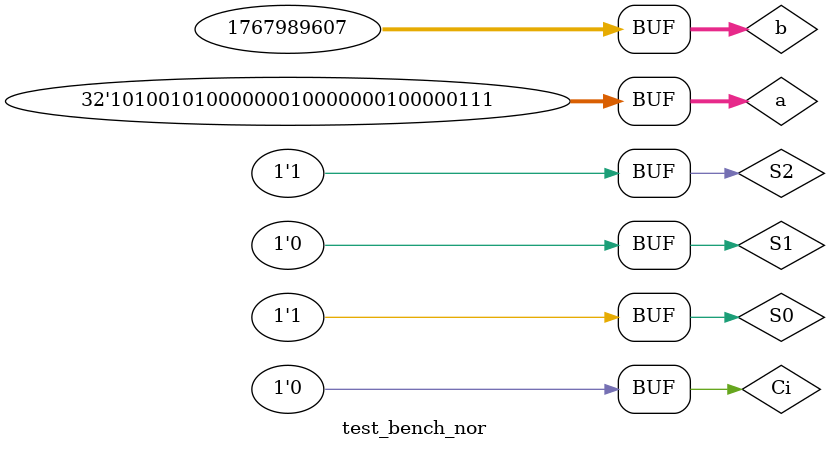
<source format=v>
`define DELAY 20
module test_bench_nor();
reg [31:0]a,b; 
reg S0,S1,S2,Ci;
wire [31:0]F;
wire Co;
alu_32_bit ahmet (a, b,S0,S1,S2,Ci,F,Co);

initial begin
a = 32'b00000001000000010000000100000001; b = 32'b01100001011000010110000101100001; Ci=1'b0;  S0 = 1'b1; S1 = 1'b0; S2 = 1'b1;
#`DELAY;

a = 32'b00000001000000010000000100001111; b = 32'b01100001001000010110000001100001; Ci=1'b0;  S0 = 1'b1; S1 = 1'b0; S2 = 1'b1;
#`DELAY;

a = 32'b00100101000000010000000100000111; b = 32'b01100001011000010110000101100111; Ci=1'b0;  S0 = 1'b1; S1 = 1'b0; S2 = 1'b1;
#`DELAY;

a = 32'b10100101000000010000000100000111; b = 32'b01101001011000010110000101100111; Ci=1'b0;  S0 = 1'b1; S1 = 1'b0; S2 = 1'b1;
#`DELAY;
end

 
 
initial
begin
$monitor("time = %2d,a =%32b, b=%32b, A nor B=%32b",$time, a, b,F);
end
 
endmodule
</source>
